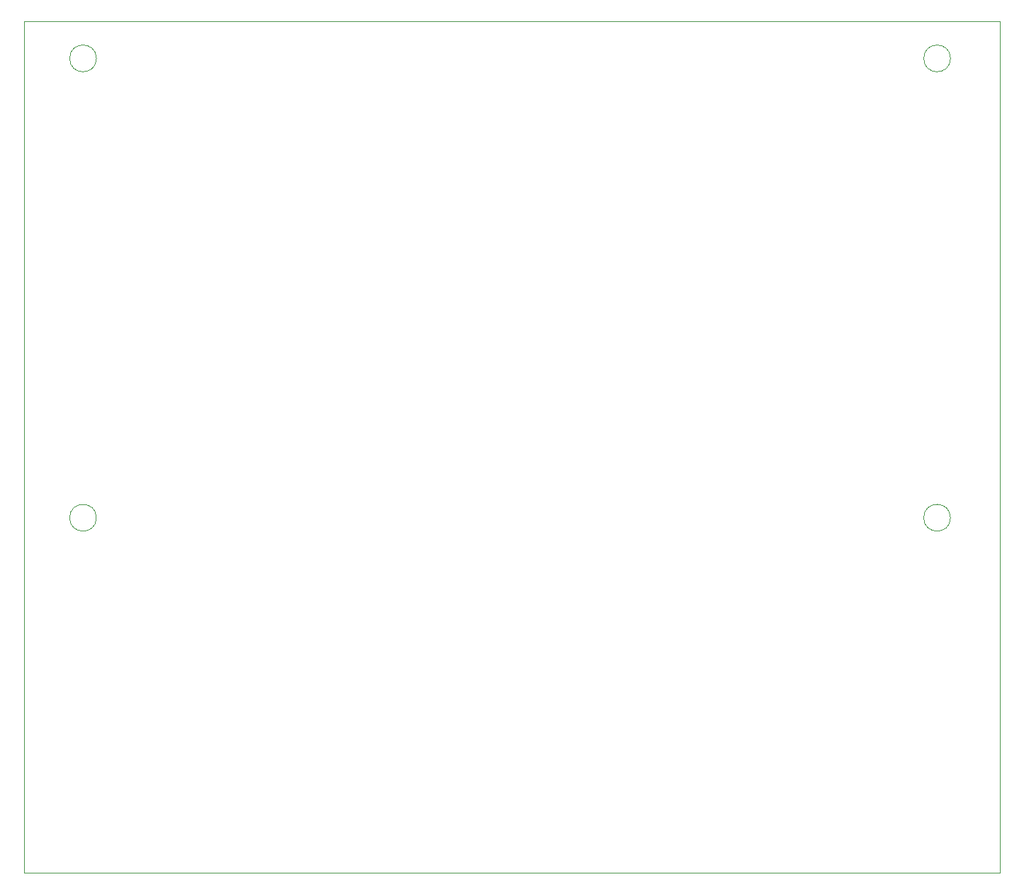
<source format=gbr>
%TF.GenerationSoftware,KiCad,Pcbnew,9.0.5*%
%TF.CreationDate,2025-11-20T02:47:11-08:00*%
%TF.ProjectId,Etch_A_Tune,45746368-5f41-45f5-9475-6e652e6b6963,rev?*%
%TF.SameCoordinates,Original*%
%TF.FileFunction,Profile,NP*%
%FSLAX46Y46*%
G04 Gerber Fmt 4.6, Leading zero omitted, Abs format (unit mm)*
G04 Created by KiCad (PCBNEW 9.0.5) date 2025-11-20 02:47:11*
%MOMM*%
%LPD*%
G01*
G04 APERTURE LIST*
%TA.AperFunction,Profile*%
%ADD10C,0.050000*%
%TD*%
%TA.AperFunction,Profile*%
%ADD11C,0.010000*%
%TD*%
G04 APERTURE END LIST*
D10*
X24600000Y-23420000D02*
G75*
G02*
X21400000Y-23420000I-1600000J0D01*
G01*
X21400000Y-23420000D02*
G75*
G02*
X24600000Y-23420000I1600000J0D01*
G01*
D11*
X126640000Y-23420000D02*
G75*
G02*
X123440000Y-23420000I-1600000J0D01*
G01*
X123440000Y-23420000D02*
G75*
G02*
X126640000Y-23420000I1600000J0D01*
G01*
X16000000Y-19000000D02*
X132540000Y-19000000D01*
X132540000Y-120740000D01*
X16000000Y-120740000D01*
X16000000Y-19000000D01*
X126640000Y-78320000D02*
G75*
G02*
X123440000Y-78320000I-1600000J0D01*
G01*
X123440000Y-78320000D02*
G75*
G02*
X126640000Y-78320000I1600000J0D01*
G01*
D10*
X24600000Y-78320000D02*
G75*
G02*
X21400000Y-78320000I-1600000J0D01*
G01*
X21400000Y-78320000D02*
G75*
G02*
X24600000Y-78320000I1600000J0D01*
G01*
M02*

</source>
